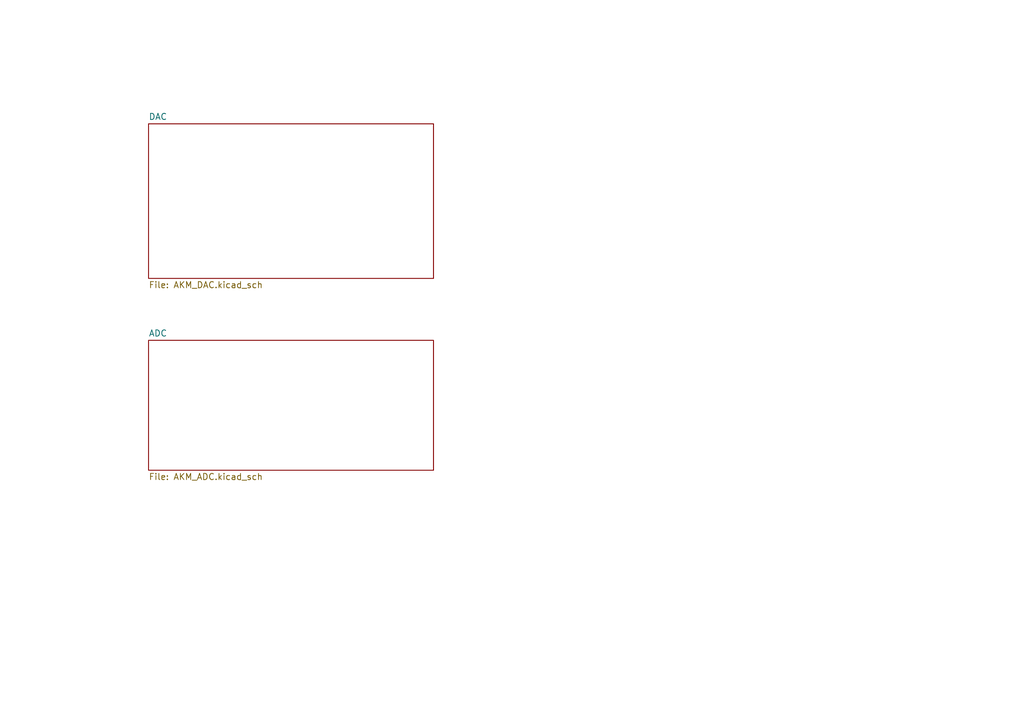
<source format=kicad_sch>
(kicad_sch (version 20230121) (generator eeschema)
  (paper "A5")
  (lib_symbols)
  (sheet (at 30.48 69.85) (size 58.42 26.67) (stroke (width 0.1524))
    (property "Sheetname" "ADC" (at 30.48 69.1384 0) (effects (justify left bottom)))
    (property "Sheetfile" "AKM_ADC.kicad_sch" (at 30.48 97.1046 0) (effects (justify left top)))
  )
  (sheet (at 30.48 25.4) (size 58.42 31.75) (stroke (width 0.1524))
    (property "Sheetname" "DAC" (at 30.48 24.6884 0) (effects (justify left bottom)))
    (property "Sheetfile" "AKM_DAC.kicad_sch" (at 30.48 57.7346 0) (effects (justify left top)))
  )
)
</source>
